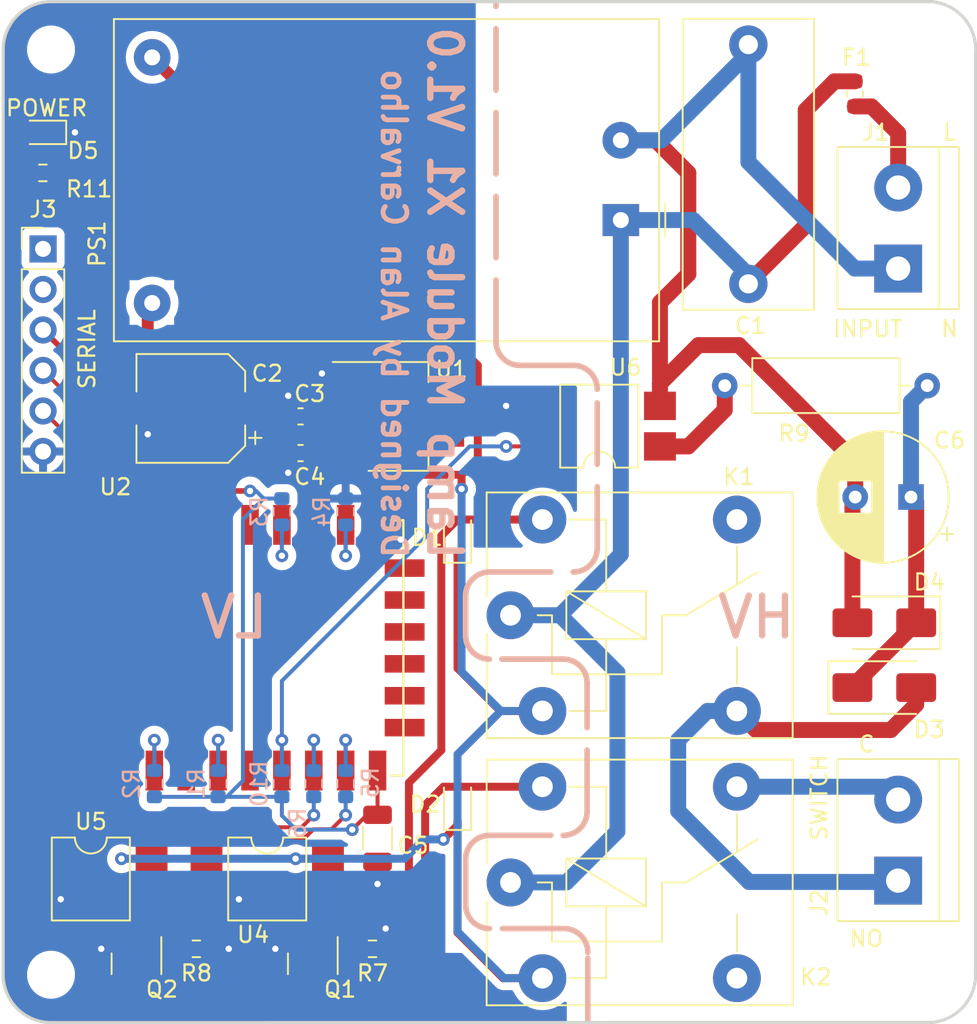
<source format=kicad_pcb>
(kicad_pcb (version 20221018) (generator pcbnew)
  (title_block (title "Lamp Module") (date "2024-01-20") (rev "1.0") (company "Alan Carvalho"))
  (layers (0 "F.Cu" signal) (31 "B.Cu" signal) (34 "B.Paste" user) (35 "F.Paste" user) (36 "B.SilkS" user "B.Silkscreen") (37 "F.SilkS" user "F.Silkscreen") (38 "B.Mask" user) (39 "F.Mask" user) (44 "Edge.Cuts" user))
  (net 0 "")
  (net 1 "LINE")
  (net 2 "NEUT")
  (net 3 "+12V")
  (net 4 "GND")
  (net 5 "+3.3V")
  (net 6 "Net-(D3-K)")
  (net 7 "Net-(D1-A)")
  (net 8 "Net-(D2-A)")
  (net 9 "SWITCH_NO")
  (net 10 "Net-(D5-A)")
  (net 11 "Net-(J1-Pin_2)")
  (net 14 "TX")
  (net 15 "RX")
  (net 18 "Net-(Q1-G)")
  (net 19 "Net-(Q2-G)")
  (net 20 "Net-(U2-CH_PD)")
  (net 21 "Net-(U2-REST)")
  (net 22 "Net-(U2-GPIO0)")
  (net 23 "Net-(U2-GPIO15)")
  (net 24 "Net-(R5-Pad1)")
  (net 25 "RELAY_P")
  (net 26 "Net-(R6-Pad1)")
  (net 27 "RELAY_S")
  (net 28 "Net-(R9-Pad1)")
  (net 29 "FEEDBACK")
  (net 41 "Net-(J2-Pin_2)")
  (footprint "Package_DIP:SMDIP-4_W7.62mm" (layer "F.Cu") (at 135.67975 123.85025)
    (fp_text reference "U4" (at -0.889 3.487) (layer "F.SilkS"))
    (fp_text value "PC817" hide)
    (pad "1" smd rect (at -3.81 -1.27) (size 2 1.78) (layers "F.Cu" "F.Paste" "F.Mask") (net 24 "Net-(R5-Pad1)"))
    (pad "2" smd rect (at -3.81 1.27) (size 2 1.78) (layers "F.Cu" "F.Paste" "F.Mask") (net 4 "GND"))
    (pad "3" smd rect (at 3.81 1.27) (size 2 1.78) (layers "F.Cu" "F.Paste" "F.Mask") (net 18 "Net-(Q1-G)"))
    (pad "4" smd rect (at 3.81 -1.27) (size 2 1.78) (layers "F.Cu" "F.Paste" "F.Mask") (net 3 "+12V"))
  )
  (footprint "Resistor_SMD:R_0603_1608Metric" (layer "F.Cu") (at 142.28375 128.22625)
    (fp_text reference "R7" (at 0 1.524) (layer "F.SilkS"))
    (fp_text value "10k" hide)
    (pad "1" smd roundrect (at -0.825 0) (size 0.8 0.95) (layers "F.Cu" "F.Paste" "F.Mask") (net 18 "Net-(Q1-G)"))
    (pad "2" smd roundrect (at 0.825 0) (size 0.8 0.95) (layers "F.Cu" "F.Paste" "F.Mask") (net 4 "GND"))
  )
  (footprint "MountingHole:MountingHole_2.5mm" (layer "F.Cu") (at 177.11575 71.85025)
    (fp_text reference "REF**" hide)
    (fp_text value "MountingHole_2.5mm" hide)
    (pad "" np_thru_hole circle (at 0 0) (size 2.5 2.5) (drill 2.5) (layers "F&B.Cu" "*.Mask"))
  )
  (footprint "Diode_SMD:D_SMA" (layer "F.Cu") (at 174.390599 107.78625 180)
    (fp_text reference "D4" (at -2.818151 2.547) (layer "F.SilkS"))
    (fp_text value "1N4007" hide)
    (pad "1" smd roundrect (at -2 0 180) (size 2.5 1.8) (layers "F.Cu" "F.Paste" "F.Mask") (roundrect_rratio 0.1388888889) (net 6 "Net-(D3-K)"))
    (pad "2" smd roundrect (at 2 0 180) (size 2.5 1.8) (layers "F.Cu" "F.Paste" "F.Mask") (roundrect_rratio 0.1388888889) (net 2 "NEUT"))
  )
  (footprint "Diode_SMD:D_SMA" (layer "F.Cu") (at 174.390599 111.85025)
    (fp_text reference "D3" (at 2.818151 2.624) (layer "F.SilkS"))
    (fp_text value "1N4007" hide)
    (pad "1" smd roundrect (at -2 0) (size 2.5 1.8) (layers "F.Cu" "F.Paste" "F.Mask") (roundrect_rratio 0.1388888889) (net 6 "Net-(D3-K)"))
    (pad "2" smd roundrect (at 2 0) (size 2.5 1.8) (layers "F.Cu" "F.Paste" "F.Mask") (roundrect_rratio 0.1388888889) (net 9 "SWITCH_NO"))
  )
  (footprint "TerminalBlock:TerminalBlock_bornier-2_P5.08mm" (layer "F.Cu") (at 175.26 85.58225 90)
    (fp_text reference "J1" (at 8.537 -1.397) (layer "F.SilkS"))
    (fp_text value "Screw_Terminal_01x02" hide)
    (fp_text user "INPUT" (at -3.782 -1.905 unlocked) (layer "F.SilkS"))
    (pad "1" thru_hole rect (at 0 0 90) (size 3 3) (drill 1.52) (layers "*.Cu" "*.Mask") (net 2 "NEUT"))
    (pad "2" thru_hole circle (at 5.08 0 90) (size 3 3) (drill 1.52) (layers "*.Cu" "*.Mask") (net 11 "Net-(J1-Pin_2)"))
  )
  (footprint "MountingHole:MountingHole_2.5mm" (layer "F.Cu") (at 122.11575 129.85025 180)
    (fp_text reference "REF**" hide)
    (fp_text value "MountingHole_2.5mm" hide)
    (pad "" np_thru_hole circle (at 0 0 180) (size 2.5 2.5) (drill 2.5) (layers "F&B.Cu" "*.Mask"))
  )
  (footprint "Resistor_SMD:R_0603_1608Metric" (layer "F.Cu") (at 131.23475 128.22625)
    (fp_text reference "R8" (at 0 1.524) (layer "F.SilkS"))
    (fp_text value "10k" hide)
    (pad "1" smd roundrect (at -0.825 0) (size 0.8 0.95) (layers "F.Cu" "F.Paste" "F.Mask") (net 19 "Net-(Q2-G)"))
    (pad "2" smd roundrect (at 0.825 0) (size 0.8 0.95) (layers "F.Cu" "F.Paste" "F.Mask") (net 4 "GND"))
  )
  (footprint "Resistor_THT:R_Axial_DIN0309_L9.0mm_D3.2mm_P12.70mm_Horizontal" (layer "F.Cu") (at 164.38175 92.92025)
    (fp_text reference "R9" (at 4.35 3) (layer "F.SilkS"))
    (fp_text value "56k" hide)
    (pad "1" thru_hole circle (at 0 0) (size 1.6 1.6) (drill 0.8) (layers "*.Cu" "*.Mask") (net 28 "Net-(R9-Pad1)"))
    (pad "2" thru_hole oval (at 12.7 0) (size 1.6 1.6) (drill 0.8) (layers "*.Cu" "*.Mask") (net 6 "Net-(D3-K)"))
  )
  (footprint "Package_TO_SOT_SMD:SOT-23" (layer "F.Cu") (at 127.47575 129.16375 -90)
    (fp_text reference "Q2" (at 1.6025 -1.6) (layer "F.SilkS"))
    (fp_text value "2N7002H" hide)
    (pad "1" smd roundrect (at -0.9375 -0.95 270) (size 1.475 0.6) (layers "F.Cu" "F.Paste" "F.Mask") (net 19 "Net-(Q2-G)"))
    (pad "2" smd roundrect (at -0.9375 0.95 270) (size 1.475 0.6) (layers "F.Cu" "F.Paste" "F.Mask") (net 4 "GND"))
    (pad "3" smd roundrect (at 0.9375 0 270) (size 1.475 0.6) (layers "F.Cu" "F.Paste" "F.Mask") (net 8 "Net-(D2-A)"))
  )
  (footprint "Relay_THT:Relay_SPDT_Finder_36.11" (layer "F.Cu") (at 150.94375 107.31625)
    (fp_text reference "K1" (at 14.327 -8.681) (layer "F.SilkS"))
    (fp_text value "12V 5A" hide)
    (pad "11" thru_hole circle (at 0 0) (size 3 3) (drill 1.3) (layers "*.Cu" "*.Mask") (net 1 "LINE"))
    (pad "12" thru_hole circle (at 14.2 -6) (size 3 3) (drill 1.3) (layers "*.Cu" "*.Mask"))
    (pad "14" thru_hole circle (at 14.2 6) (size 3 3) (drill 1.3) (layers "*.Cu" "*.Mask") (net 9 "SWITCH_NO"))
    (pad "A1" thru_hole circle (at 2 6) (size 3 3) (drill 1.3) (layers "*.Cu" "*.Mask") (net 3 "+12V"))
    (pad "A2" thru_hole circle (at 2 -6) (size 3 3) (drill 1.3) (layers "*.Cu" "*.Mask") (net 7 "Net-(D1-A)"))
  )
  (footprint "Capacitor_SMD:C_1206_3216Metric" (layer "F.Cu") (at 142.59975 121.30025 -90)
    (fp_text reference "C5" (at 0.449 -2.224) (layer "F.SilkS"))
    (fp_text value "0.1uF" hide)
    (pad "1" smd roundrect (at -1.475 0 270) (size 1.15 1.8) (layers "F.Cu" "F.Paste" "F.Mask") (roundrect_rratio 0.2173913043) (net 5 "+3.3V"))
    (pad "2" smd roundrect (at 1.475 0 270) (size 1.15 1.8) (layers "F.Cu" "F.Paste" "F.Mask") (roundrect_rratio 0.2173913043) (net 4 "GND"))
  )
  (footprint "Diode_SMD:D_SOD-323F" (layer "F.Cu") (at 147.61775 119.16625 90)
    (fp_text reference "D2" (at 0 -2.032 180) (layer "F.SilkS"))
    (fp_text value "1N4148" hide)
    (pad "1" smd roundrect (at -1.1 0 90) (size 0.5 0.5) (layers "F.Cu" "F.Paste" "F.Mask") (net 3 "+12V"))
    (pad "2" smd roundrect (at 1.1 0 90) (size 0.5 0.5) (layers "F.Cu" "F.Paste" "F.Mask") (net 8 "Net-(D2-A)"))
  )
  (footprint "TerminalBlock:TerminalBlock_bornier-2_P5.08mm" (layer "F.Cu") (at 175.26 123.952 90)
    (fp_text reference "J2" (at -1.397 -4.953 270) (layer "F.SilkS"))
    (fp_text value "Screw_Terminal_01x02" hide)
    (fp_text user "SWITCH" (at 5.207 -4.953 90 unlocked) (layer "F.SilkS"))
    (pad "1" thru_hole rect (at 0 0 90) (size 3 3) (drill 1.52) (layers "*.Cu" "*.Mask") (net 9 "SWITCH_NO"))
    (pad "2" thru_hole circle (at 5.08 0 90) (size 3 3) (drill 1.52) (layers "*.Cu" "*.Mask") (net 41 "Net-(J2-Pin_2)"))
  )
  (footprint "Package_TO_SOT_SMD:SOT-23" (layer "F.Cu") (at 138.53975 129.16375 -90)
    (fp_text reference "Q1" (at 1.6025 -1.712) (layer "F.SilkS"))
    (fp_text value "2N7002H" hide)
    (pad "1" smd roundrect (at -0.9375 -0.95 270) (size 1.475 0.6) (layers "F.Cu" "F.Paste" "F.Mask") (net 18 "Net-(Q1-G)"))
    (pad "2" smd roundrect (at -0.9375 0.95 270) (size 1.475 0.6) (layers "F.Cu" "F.Paste" "F.Mask") (net 4 "GND"))
    (pad "3" smd roundrect (at 0.9375 0 270) (size 1.475 0.6) (layers "F.Cu" "F.Paste" "F.Mask") (net 7 "Net-(D1-A)"))
  )
  (footprint "LED_SMD:LED_0603_1608Metric" (layer "F.Cu") (at 121.58275 77.04525 180)
    (fp_text reference "D5" (at -2.54 -1.143 180) (layer "F.SilkS"))
    (fp_text value "LED" hide)
    (fp_text user "POWER" (at -0.254 1.524 unlocked) (layer "F.SilkS"))
    (pad "1" smd roundrect (at -0.7875 0 180) (size 0.875 0.95) (layers "F.Cu" "F.Paste" "F.Mask") (net 4 "GND"))
    (pad "2" smd roundrect (at 0.7875 0 180) (size 0.875 0.95) (layers "F.Cu" "F.Paste" "F.Mask") (net 10 "Net-(D5-A)"))
  )
  (footprint "Resistor_SMD:R_0603_1608Metric" (layer "F.Cu") (at 121.60275 79.58525)
    (fp_text reference "R11" (at 2.901 1.016 180) (layer "F.SilkS"))
    (fp_text value "2.2k" hide)
    (pad "1" smd roundrect (at -0.825 0) (size 0.8 0.95) (layers "F.Cu" "F.Paste" "F.Mask") (net 10 "Net-(D5-A)"))
    (pad "2" smd roundrect (at 0.825 0) (size 0.8 0.95) (layers "F.Cu" "F.Paste" "F.Mask") (net 3 "+12V"))
  )
  (footprint "Package_TO_SOT_SMD:SOT-223-3_TabPin2" (layer "F.Cu") (at 143.88575 94.85025)
    (fp_text reference "U1" (at 3.351 -2.946) (layer "F.SilkS"))
    (fp_text value "AMS1117-3.3" hide)
    (pad "1" smd rect (at -3.15 -2.3) (size 2 1.5) (layers "F.Cu" "F.Paste" "F.Mask") (net 4 "GND"))
    (pad "2" smd rect (at -3.15 0) (size 2 1.5) (layers "F.Cu" "F.Paste" "F.Mask") (net 5 "+3.3V"))
    (pad "2" smd rect (at 3.15 0) (size 2 3.8) (layers "F.Cu" "F.Paste" "F.Mask") (net 5 "+3.3V"))
    (pad "3" smd rect (at -3.15 2.3) (size 2 1.5) (layers "F.Cu" "F.Paste" "F.Mask") (net 3 "+12V"))
  )
  (footprint "Capacitor_THT:CP_Radial_D8.0mm_P3.50mm" (layer "F.Cu") (at 176.06575 99.90525 180)
    (fp_text reference "C6" (at -2.413 3.556) (layer "F.SilkS"))
    (fp_text value "1uF" hide)
    (pad "1" thru_hole rect (at 0 0 180) (size 1.6 1.6) (drill 0.8) (layers "*.Cu" "*.Mask") (net 6 "Net-(D3-K)"))
    (pad "2" thru_hole circle (at 3.5 0 180) (size 1.6 1.6) (drill 0.8) (layers "*.Cu" "*.Mask") (net 2 "NEUT"))
  )
  (footprint "Capacitor_SMD:CP_Elec_6.3x7.7" (layer "F.Cu") (at 130.88575 94.35025 180)
    (fp_text reference "C2" (at -4.794 2.192 180) (layer "F.SilkS"))
    (fp_text value "100uF" hide)
    (pad "1" smd roundrect (at -2.7 0 180) (size 3.5 1.6) (layers "F.Cu" "F.Paste" "F.Mask") (roundrect_rratio 0.15625) (net 3 "+12V"))
    (pad "2" smd roundrect (at 2.7 0 180) (size 3.5 1.6) (layers "F.Cu" "F.Paste" "F.Mask") (roundrect_rratio 0.15625) (net 4 "GND"))
  )
  (footprint "ESP8266:ESP-12E_SMD" (layer "F.Cu") (at 128.59975 116.35025 90)
    (fp_text reference "U2" (at 17.08 -2.445) (layer "F.SilkS"))
    (fp_text value "ESP-12E" hide)
    (pad "1" smd rect (at 0 0 90) (size 2.5 1.1) (drill (offset -0.7 0)) (layers "F.Cu" "F.Paste" "F.Mask") (net 21 "Net-(U2-REST)"))
    (pad "2" smd rect (at 0 2 90) (size 2.5 1.1) (drill (offset -0.7 0)) (layers "F.Cu" "F.Paste" "F.Mask"))
    (pad "3" smd rect (at 0 4 90) (size 2.5 1.1) (drill (offset -0.7 0)) (layers "F.Cu" "F.Paste" "F.Mask") (net 20 "Net-(U2-CH_PD)"))
    (pad "4" smd rect (at 0 6 90) (size 2.5 1.1) (drill (offset -0.7 0)) (layers "F.Cu" "F.Paste" "F.Mask"))
    (pad "5" smd rect (at 0 8 90) (size 2.5 1.1) (drill (offset -0.7 0)) (layers "F.Cu" "F.Paste" "F.Mask") (net 29 "FEEDBACK"))
    (pad "6" smd rect (at 0 10 90) (size 2.5 1.1) (drill (offset -0.7 0)) (layers "F.Cu" "F.Paste" "F.Mask") (net 27 "RELAY_S"))
    (pad "7" smd rect (at 0 12 90) (size 2.5 1.1) (drill (offset -0.7 0)) (layers "F.Cu" "F.Paste" "F.Mask") (net 25 "RELAY_P"))
    (pad "8" smd rect (at 0 14 90) (size 2.5 1.1) (drill (offset -0.7 0)) (layers "F.Cu" "F.Paste" "F.Mask") (net 5 "+3.3V"))
    (pad "9" smd rect (at 14 14 90) (size 2.5 1.1) (drill (offset 0.7 0)) (layers "F.Cu" "F.Paste" "F.Mask") (net 4 "GND"))
    (pad "10" smd rect (at 14 12 90) (size 2.5 1.1) (drill (offset 0.7 0)) (layers "F.Cu" "F.Paste" "F.Mask") (net 23 "Net-(U2-GPIO15)"))
    (pad "11" smd rect (at 14 10 90) (size 2.5 1.1) (drill (offset 0.7 0)) (layers "F.Cu" "F.Paste" "F.Mask"))
    (pad "12" smd rect (at 14 8 90) (size 2.5 1.1) (drill (offset 0.7 0)) (layers "F.Cu" "F.Paste" "F.Mask") (net 22 "Net-(U2-GPIO0)"))
    (pad "13" smd rect (at 14 6 90) (size 2.5 1.1) (drill (offset 0.7 0)) (layers "F.Cu" "F.Paste" "F.Mask"))
    (pad "14" smd rect (at 14 4 90) (size 2.5 1.1) (drill (offset 0.7 0)) (layers "F.Cu" "F.Paste" "F.Mask"))
    (pad "15" smd rect (at 14 2 90) (size 2.5 1.1) (drill (offset 0.7 0)) (layers "F.Cu" "F.Paste" "F.Mask") (net 14 "TX"))
    (pad "16" smd rect (at 14 0 90) (size 2.5 1.1) (drill (offset 0.7 0)) (layers "F.Cu" "F.Paste" "F.Mask") (net 15 "RX"))
    (pad "17" smd rect (at 1.99 15 180) (size 2.5 1.1) (drill (offset -0.7 0)) (layers "F.Cu" "F.Paste" "F.Mask"))
    (pad "18" smd rect (at 3.99 15 180) (size 2.5 1.1) (drill (offset -0.7 0)) (layers "F.Cu" "F.Paste" "F.Mask"))
    (pad "19" smd rect (at 5.99 15 180) (size 2.5 1.1) (drill (offset -0.7 0)) (layers "F.Cu" "F.Paste" "F.Mask"))
    (pad "20" smd rect (at 7.99 15 180) (size 2.5 1.1) (drill (offset -0.7 0)) (layers "F.Cu" "F.Paste" "F.Mask"))
    (pad "21" smd rect (at 9.99 15 180) (size 2.5 1.1) (drill (offset -0.7 0)) (layers "F.Cu" "F.Paste" "F.Mask"))
    (pad "22" smd rect (at 11.99 15 180) (size 2.5 1.1) (drill (offset -0.7 0)) (layers "F.Cu" "F.Paste" "F.Mask"))
  )
  (footprint "Relay_THT:Relay_SPDT_Finder_36.11" (layer "F.Cu") (at 150.94375 124.06625)
    (fp_text reference "K2" (at 19.153 5.938) (layer "F.SilkS"))
    (fp_text value "12V 5A" hide)
    (pad "11" thru_hole circle (at 0 0) (size 3 3) (drill 1.3) (layers "*.Cu" "*.Mask") (net 1 "LINE"))
    (pad "12" thru_hole circle (at 14.2 -6) (size 3 3) (drill 1.3) (layers "*.Cu" "*.Mask") (net 41 "Net-(J2-Pin_2)"))
    (pad "14" thru_hole circle (at 14.2 6) (size 3 3) (drill 1.3) (layers "*.Cu" "*.Mask"))
    (pad "A1" thru_hole circle (at 2 6) (size 3 3) (drill 1.3) (layers "*.Cu" "*.Mask") (net 3 "+12V"))
    (pad "A2" thru_hole circle (at 2 -6) (size 3 3) (drill 1.3) (layers "*.Cu" "*.Mask") (net 8 "Net-(D2-A)"))
  )
  (footprint "Diode_SMD:D_SOD-323F" (layer "F.Cu") (at 147.61775 102.41625 90)
    (fp_text reference "D1" (at -0.029 -1.905 180) (layer "F.SilkS"))
    (fp_text value "1N4148" hide)
    (pad "1" smd roundrect (at -1.1 0 90) (size 0.5 0.5) (layers "F.Cu" "F.Paste" "F.Mask") (net 3 "+12V"))
    (pad "2" smd roundrect (at 1.1 0 90) (size 0.5 0.5) (layers "F.Cu" "F.Paste" "F.Mask") (net 7 "Net-(D1-A)"))
  )
  (footprint "MountingHole:MountingHole_2.5mm" (layer "F.Cu") (at 122.11575 71.85025)
    (fp_text reference "REF**" hide)
    (fp_text value "MountingHole_2.5mm" hide)
    (pad "" np_thru_hole circle (at 0 0) (size 2.5 2.5) (drill 2.5) (layers "*.Cu" "*.Mask"))
  )
  (footprint "MountingHole:MountingHole_2.5mm" (layer "F.Cu") (at 177.11575 129.85025 180)
    (fp_text reference "REF**" hide)
    (fp_text value "MountingHole_2.5mm" hide)
    (pad "" np_thru_hole circle (at 0 0 180) (size 2.5 2.5) (drill 2.5) (layers "F&B.Cu" "*.Mask"))
  )
  (footprint "Capacitor_SMD:C_0603_1608Metric" (layer "F.Cu") (at 137.76825 94.85025 180)
    (fp_text reference "C4" (at -0.5785 -3.785) (layer "F.SilkS"))
    (fp_text value "22uF" hide)
    (pad "1" smd roundrect (at -0.775 0 180) (size 0.9 0.95) (layers "F.Cu" "F.Paste" "F.Mask") (net 5 "+3.3V"))
    (pad "2" smd roundrect (at 0.775 0 180) (size 0.9 0.95) (layers "F.Cu" "F.Paste" "F.Mask") (net 4 "GND"))
  )
  (footprint "Capacitor_THT:C_Rect_L18.0mm_W8.0mm_P15.00mm_FKS3_FKP3" (layer "F.Cu") (at 165.862 86.54225 90)
    (fp_text reference "C1" (at -2.616 0.124 180) (layer "F.SilkS"))
    (fp_text value "0.1uF" hide)
    (pad "1" thru_hole circle (at 0 0 90) (size 2.4 2.4) (drill 1.2) (layers "*.Cu" "*.Mask") (net 1 "LINE"))
    (pad "2" thru_hole circle (at 15 0 90) (size 2.4 2.4) (drill 1.2) (layers "*.Cu" "*.Mask") (net 2 "NEUT"))
  )
  (footprint "Package_DIP:SMDIP-4_W7.62mm" (layer "F.Cu") (at 156.50775 95.46025 180)
    (fp_text reference "U6" (at -1.651 3.683 180) (layer "F.SilkS"))
    (fp_text value "PC817" hide)
    (pad "1" smd rect (at -3.81 -1.27 180) (size 2 1.78) (layers "F.Cu" "F.Paste" "F.Mask") (net 28 "Net-(R9-Pad1)"))
    (pad "2" smd rect (at -3.81 1.27 180) (size 2 1.78) (layers "F.Cu" "F.Paste" "F.Mask") (net 2 "NEUT"))
    (pad "3" smd rect (at 3.81 1.27 180) (size 2 1.78) (layers "F.Cu" "F.Paste" "F.Mask") (net 4 "GND"))
    (pad "4" smd rect (at 3.81 -1.27 180) (size 2 1.78) (layers "F.Cu" "F.Paste" "F.Mask") (net 29 "FEEDBACK"))
  )
  (footprint "Package_DIP:SMDIP-4_W7.62mm" (layer "F.Cu") (at 124.61575 123.85025)
    (fp_text reference "U5" (at 0 -3.6) (layer "F.SilkS"))
    (fp_text value "PC817" hide)
    (pad "1" smd rect (at -3.81 -1.27) (size 2 1.78) (layers "F.Cu" "F.Paste" "F.Mask") (net 26 "Net-(R6-Pad1)"))
    (pad "2" smd rect (at -3.81 1.27) (size 2 1.78) (layers "F.Cu" "F.Paste" "F.Mask") (net 4 "GND"))
    (pad "3" smd rect (at 3.81 1.27) (size 2 1.78) (layers "F.Cu" "F.Paste" "F.Mask") (net 19 "Net-(Q2-G)"))
    (pad "4" smd rect (at 3.81 -1.27) (size 2 1.78) (layers "F.Cu" "F.Paste" "F.Mask") (net 3 "+12V"))
  )
  (footprint "Fuse:Fuse_0603_1608Metric" (layer "F.Cu") (at 172.54175 74.63225 90)
    (fp_text reference "F1" (at 2.286 0.095) (layer "F.SilkS"))
    (fp_text value "0.5A" hide)
    (pad "1" smd roundrect (at -0.7875 0 90) (size 0.875 0.95) (layers "F.Cu" "F.Paste" "F.Mask") (net 11 "Net-(J1-Pin_2)"))
    (pad "2" smd roundrect (at 0.7875 0 90) (size 0.875 0.95) (layers "F.Cu" "F.Paste" "F.Mask") (net 1 "LINE"))
  )
  (footprint "Connector_PinHeader_2.54mm:PinHeader_1x06_P2.54mm_Vertical" (layer "F.Cu") (at 121.61575 84.35025)
    (fp_text reference "J3" (at 0 -2.479) (layer "F.SilkS"))
    (fp_text value "Conn_01x06_Socket" hide)
    (fp_text user "SERIAL" (at 2.761 6.284 90 unlocked) (layer "F.SilkS"))
    (pad "1" thru_hole rect (at 0 0) (size 1.7 1.7) (drill 1) (layers "*.Cu" "*.Mask"))
    (pad "2" thru_hole oval (at 0 2.54) (size 1.7 1.7) (drill 1) (layers "*.Cu" "*.Mask"))
    (pad "3" thru_hole oval (at 0 5.08) (size 1.7 1.7) (drill 1) (layers "*.Cu" "*.Mask") (net 5 "+3.3V"))
    (pad "4" thru_hole oval (at 0 7.62) (size 1.7 1.7) (drill 1) (layers "*.Cu" "*.Mask") (net 14 "TX"))
    (pad "5" thru_hole oval (at 0 10.16) (size 1.7 1.7) (drill 1) (layers "*.Cu" "*.Mask") (net 15 "RX"))
    (pad "6" thru_hole oval (at 0 12.7) (size 1.7 1.7) (drill 1) (layers "*.Cu" "*.Mask") (net 4 "GND"))
  )
  (footprint "Capacitor_SMD:C_0603_1608Metric" (layer "F.Cu") (at 137.76825 97.15025 180)
    (fp_text reference "C3" (at -0.5785 3.722) (layer "F.SilkS"))
    (fp_text value "1uF" hide)
    (pad "1" smd roundrect (at -0.775 0 180) (size 0.9 0.95) (layers "F.Cu" "F.Paste" "F.Mask") (net 3 "+12V"))
    (pad "2" smd roundrect (at 0.775 0 180) (size 0.9 0.95) (layers "F.Cu" "F.Paste" "F.Mask") (net 4 "GND"))
  )
  (footprint "Converter_ACDC:Converter_ACDC_HiLink_HLK-PMxx" (layer "F.Cu") (at 157.86225 82.54225 180)
    (fp_text reference "PS1" (at 32.8505 -1.488 270) (layer "F.SilkS"))
    (fp_text value "HLK-PM12" hide)
    (pad "1" thru_hole rect (at 0 0 180) (size 2.3 2) (drill 1) (layers "*.Cu" "*.Mask") (net 1 "LINE"))
    (pad "2" thru_hole circle (at 0 5 180) (size 2.3 2.3) (drill 1) (layers "*.Cu" "*.Mask") (net 2 "NEUT"))
    (pad "3" thru_hole circle (at 29.4 -5.2 180) (size 2.3 2.3) (drill 1) (layers "*.Cu" "*.Mask") (net 4 "GND"))
    (pad "4" thru_hole circle (at 29.4 10.2 180) (size 2.3 2.3) (drill 1) (layers "*.Cu" "*.Mask") (net 3 "+12V"))
  )
  (footprint "Resistor_SMD:R_0603_1608Metric" (layer "B.Cu") (at 138.59975 117.87525 90)
    (fp_text reference "R6" (at -2.477 -1.015 90) (layer "B.SilkS") (effects (justify mirror)))
    (fp_text value "390" hide)
    (pad "1" smd roundrect (at -0.825 0 90) (size 0.8 0.95) (layers "B.Cu" "B.Paste" "B.Mask") (net 26 "Net-(R6-Pad1)"))
    (pad "2" smd roundrect (at 0.825 0 90) (size 0.8 0.95) (layers "B.Cu" "B.Paste" "B.Mask") (net 27 "RELAY_S"))
  )
  (footprint "Resistor_SMD:R_0603_1608Metric" (layer "B.Cu") (at 136.59975 117.87525 90)
    (fp_text reference "R10" (at 0 -1.428 90) (layer "B.SilkS") (effects (justify mirror)))
    (fp_text value "10k" hide)
    (pad "1" smd roundrect (at -0.825 0 90) (size 0.8 0.95) (layers "B.Cu" "B.Paste" "B.Mask") (net 5 "+3.3V"))
    (pad "2" smd roundrect (at 0.825 0 90) (size 0.8 0.95) (layers "B.Cu" "B.Paste" "B.Mask") (net 29 "FEEDBACK"))
  )
  (footprint "Resistor_SMD:R_0603_1608Metric" (layer "B.Cu") (at 128.59975 117.87525 90)
    (fp_text reference "R2" (at 0 -1.429 90) (layer "B.SilkS") (effects (justify mirror)))
    (fp_text value "10k" hide)
    (pad "1" smd roundrect (at -0.825 0 90) (size 0.8 0.95) (layers "B.Cu" "B.Paste" "B.Mask") (net 5 "+3.3V"))
    (pad "2" smd roundrect (at 0.825 0 90) (size 0.8 0.95) (layers "B.Cu" "B.Paste" "B.Mask") (net 21 "Net-(U2-REST)"))
  )
  (footprint "Resistor_SMD:R_0603_1608Metric" (layer "B.Cu") (at 140.59975 117.87525 90)
    (fp_text reference "R5" (at 0.063 1.557 90) (layer "B.SilkS") (effects (justify mirror)))
    (fp_text value "390" hide)
    (pad "1" smd roundrect (at -0.825 0 90) (size 0.8 0.95) (layers "B.Cu" "B.Paste" "B.Mask") (net 24 "Net-(R5-Pad1)"))
    (pad "2" smd roundrect (at 0.825 0 90) (size 0.8 0.95) (layers "B.Cu" "B.Paste" "B.Mask") (net 25 "RELAY_P"))
  )
  (footprint "Resistor_SMD:R_0603_1608Metric" (layer "B.Cu") (at 140.59975 100.82525 90)
    (fp_text reference "R4" (at 0 -1.491 90) (layer "B.SilkS") (effects (justify mirror)))
    (fp_text value "10k" hide)
    (pad "1" smd roundrect (at -0.825 0 90) (size 0.8 0.95) (layers "B.Cu" "B.Paste" "B.Mask") (net 23 "Net-(U2-GPIO15)"))
    (pad "2" smd roundrect (at 0.825 0 90) (size 0.8 0.95) (layers "B.Cu" "B.Paste" "B.Mask") (net 4 "GND"))
  )
  (footprint "Resistor_SMD:R_0603_1608Metric" (layer "B.Cu") (at 132.59975 117.87525 90)
    (fp_text reference "R1" (at 0 -1.365 90) (layer "B.SilkS") (effects (justify mirror)))
    (fp_text value "10k" hide)
    (pad "1" smd roundrect (at -0.825 0 90) (size 0.8 0.95) (layers "B.Cu" "B.Paste" "B.Mask") (net 5 "+3.3V"))
    (pad "2" smd roundrect (at 0.825 0 90) (size 0.8 0.95) (layers "B.Cu" "B.Paste" "B.Mask") (net 20 "Net-(U2-CH_PD)"))
  )
  (footprint "Resistor_SMD:R_0603_1608Metric" (layer "B.Cu") (at 136.59975 100.82525 -90)
    (fp_text reference "R3" (at 0 1.428 90) (layer "B.SilkS") (effects (justify mirror)))
    (fp_text value "10k" hide)
    (pad "1" smd roundrect (at -0.825 0 270) (size 0.8 0.95) (layers "B.Cu" "B.Paste" "B.Mask") (net 5 "+3.3V"))
    (pad "2" smd roundrect (at 0.825 0 270) (size 0.8 0.95) (layers "B.Cu" "B.Paste" "B.Mask") (net 22 "Net-(U2-GPIO0)"))
  )
  (gr_line (start 154.293457 126.955793) (end 149.626044 126.956706) (stroke (width 0.35) (type dash)) (layer "B.SilkS"))
  (gr_arc (start 151.53075 91.65025) (mid 150.47009 91.21091) (end 150.03075 90.15025) (stroke (width 0.35)) (layer "B.SilkS"))
  (gr_line (start 156.38075 103.10425) (end 156.38075 93.15025) (stroke (width 0.35) (type dash)) (layer "B.SilkS"))
  (gr_line (start 149.62575 104.60425) (end 154.88075 104.60425) (stroke (width 0.35) (type dash)) (layer "B.SilkS"))
  (gr_arc (start 148.12575 122.61425) (mid 148.56509 121.55359) (end 149.62575 121.11425) (stroke (width 0.35)) (layer "B.SilkS"))
  (gr_line (start 155.74575 119.61425) (end 155.74575 111.56525) (stroke (width 0.35) (type dash)) (layer "B.SilkS"))
  (gr_arc (start 154.88075 91.65025) (mid 155.94141 92.08959) (end 156.38075 93.15025) (stroke (width 0.35)) (layer "B.SilkS"))
  (gr_arc (start 154.24575 110.06525) (mid 155.30641 110.50459) (end 155.74575 111.56525) (stroke (width 0.35)) (layer "B.SilkS"))
  (gr_arc (start 156.38075 103.10425) (mid 155.94141 104.16491) (end 154.88075 104.60425) (stroke (width 0.35)) (layer "B.SilkS"))
  (gr_line (start 150.03075 90.15025) (end 150.03075 69.04425) (stroke (width 0.35) (type dash)) (layer "B.SilkS"))
  (gr_arc (start 149.626044 126.956706) (mid 148.565187 126.517477) (end 148.12575 125.456706) (stroke (width 0.35)) (layer "B.SilkS"))
  (gr_arc (start 154.293457 126.955793) (mid 155.354313 127.395023) (end 155.79375 128.455793) (stroke (width 0.35)) (layer "B.SilkS"))
  (gr_arc (start 155.74575 119.61425) (mid 155.30641 120.67491) (end 154.24575 121.11425) (stroke (width 0.35)) (layer "B.SilkS"))
  (gr_line (start 149.62575 121.11425) (end 154.24575 121.11425) (stroke (width 0.35) (type dash)) (layer "B.SilkS"))
  (gr_line (start 154.24575 110.06525) (end 149.62575 110.06525) (stroke (width 0.35) (type dash)) (layer "B.SilkS"))
  (gr_line (start 154.88075 91.65025) (end 151.53075 91.65025) (stroke (width 0.35) (type dash)) (layer "B.SilkS"))
  (gr_arc (start 149.62575 110.06525) (mid 148.56509 109.62591) (end 148.12575 108.56525) (stroke (width 0.35)) (layer "B.SilkS"))
  (gr_line (start 148.12575 108.56525) (end 148.12575 106.10425) (stroke (width 0.35) (type dash)) (layer "B.SilkS"))
  (gr_line (start 148.12575 125.456706) (end 148.12575 122.61425) (stroke (width 0.35) (type dash)) (layer "B.SilkS"))
  (gr_arc (start 148.12575 106.10425) (mid 148.56509 105.04359) (end 149.62575 104.60425) (stroke (width 0.35)) (layer "B.SilkS"))
  (gr_line (start 155.79375 132.67125) (end 155.79375 128.455793) (stroke (width 0.35) (type dash)) (layer "B.SilkS"))
  (gr_arc (start 148.12575 106.10425) (mid 148.56509 105.04359) (end 149.62575 104.60425) (stroke (width 0.35)) (layer "F.SilkS"))
  (gr_line (start 149.62575 121.11425) (end 154.24575 121.11425) (stroke (width 0.35) (type dash)) (layer "F.SilkS"))
  (gr_arc (start 156.38075 103.10425) (mid 155.94141 104.16491) (end 154.88075 104.60425) (stroke (width 0.35)) (layer "F.SilkS"))
  (gr_arc (start 149.62575 110.06525) (mid 148.56509 109.62591) (end 148.12575 108.56525) (stroke (width 0.35)) (layer "F.SilkS"))
  (gr_arc (start 154.88075 91.65025) (mid 155.94141 92.08959) (end 156.38075 93.15025) (stroke (width 0.35)) (layer "F.SilkS"))
  (gr_line (start 154.24575 110.06525) (end 149.62575 110.06525) (stroke (width 0.35) (type dash)) (layer "F.SilkS"))
  (gr_line (start 154.293457 126.955793) (end 149.626044 126.956706) (stroke (width 0.35) (type dash)) (layer "F.SilkS"))
  (gr_line (start 156.38075 103.10425) (end 156.38075 93.15025) (stroke (width 0.35) (type dash)) (layer "F.SilkS"))
  (gr_line (start 148.12575 125.456706) (end 148.12575 122.61425) (stroke (width 0.35) (type dash)) (layer "F.SilkS"))
  (gr_line (start 148.12575 108.56525) (end 148.12575 106.10425) (stroke (width 0.35) (type dash)) (layer "F.SilkS"))
  (gr_line (start 150.03075 90.15025) (end 150.03075 69.04425) (stroke (width 0.35) (type dash)) (layer "F.SilkS"))
  (gr_arc (start 148.12575 122.61425) (mid 148.56509 121.55359) (end 149.62575 121.11425) (stroke (width 0.35)) (layer "F.SilkS"))
  (gr_arc (start 155.74575 119.61425) (mid 155.30641 120.67491) (end 154.24575 121.11425) (stroke (width 0.35)) (layer "F.SilkS"))
  (gr_arc (start 149.626044 126.956706) (mid 148.565203 126.517461) (end 148.12575 125.456706) (stroke (width 0.35)) (layer "F.SilkS"))
  (gr_arc (start 151.53075 91.65025) (mid 150.47009 91.21091) (end 150.03075 90.15025) (stroke (width 0.35)) (layer "F.SilkS"))
  (gr_line (start 154.88075 91.65025) (end 151.53075 91.65025) (stroke (width 0.35) (type dash)) (layer "F.SilkS"))
  (gr_line (start 155.74575 119.61425) (end 155.74575 111.56525) (stroke (width 0.35) (type dash)) (layer "F.SilkS"))
  (gr_line (start 155.79375 132.67125) (end 155.79375 128.455793) (stroke (width 0.35) (type dash)) (layer "F.SilkS"))
  (gr_line (start 149.62575 104.60425) (end 154.88075 104.60425) (stroke (width 0.35) (type dash)) (layer "F.SilkS"))
  (gr_arc (start 154.24575 110.06525) (mid 155.30641 110.50459) (end 155.74575 111.56525) (stroke (width 0.35)) (layer "F.SilkS"))
  (gr_arc (start 154.293457 126.955793) (mid 155.354298 127.395038) (end 155.79375 128.455793) (stroke (width 0.35)) (layer "F.SilkS"))
  (gr_line (start 180.11575 72.08025) (end 180.11575 129.85025) (stroke (width 0.2)) (layer "Edge.Cuts"))
  (gr_arc (start 119.124528 72.079577) (mid 119.914843 69.811621) (end 122.11575 68.85025) (stroke (width 0.2)) (layer "Edge.Cuts"))
  (gr_line (start 122.11575 68.85025) (end 177.28975 68.85025) (stroke (width 0.2)) (layer "Edge.Cuts"))
  (gr_arc (start 180.11575 129.85025) (mid 179.297621 131.90924) (end 177.289458 132.845217) (stroke (width 0.2)) (layer "Edge.Cuts"))
  (gr_arc (start 177.289968 68.846495) (mid 179.381408 69.87043) (end 180.115749 72.08025) (stroke (width 0.2)) (layer "Edge.Cuts"))
  (gr_line (start 119.11575 72.08025) (end 119.11575 129.85025) (stroke (width 0.2)) (layer "Edge.Cuts"))
  (gr_line (start 177.289458 132.845217) (end 122.11575 132.85025) (stroke (width 0.2)) (layer "Edge.Cuts"))
  (gr_arc (start 122.11575 132.85025) (mid 119.994429 131.971571) (end 119.11575 129.85025) (stroke (width 0.2)) (layer "Edge.Cuts"))
  (gr_text "LV" (at 133.604 107.442) (layer "B.SilkS") (effects (font (size 2.5 2.5) (thickness 0.4) bold) (justify mirror)))
  (gr_text "Lamp Module X1 V1.0" (at 146.812 87.122 270) (layer "B.SilkS") (effects (font (size 2 2) (thickness 0.4) bold) (justify mirror)))
  (gr_text "HV" (at 166.37 107.442) (layer "B.SilkS") (effects (font (size 2.5 2.5) (thickness 0.4) bold) (justify mirror)))
  (gr_text "Designed by Alan Carvalho" (at 142.748 103.886 270) (layer "B.SilkS") (effects (font (size 1.5 1.5) (thickness 0.3) bold) (justify left bottom mirror)))
  (gr_text "L" (at 178.47875 77.04525) (layer "F.SilkS") (effects (font (size 1 1))))
  (gr_text "C" (at 173.27175 115.39925) (layer "F.SilkS") (effects (font (size 1 1))))
  (gr_text "N" (at 178.47875 89.36425) (layer "F.SilkS") (effects (font (size 1 1))))
  (gr_text "NO" (at 173.27175 127.59125) (layer "F.SilkS") (effects (font (size 1 1))))
  (segment (start 171.26525 73.84475) (end 172.54175 73.84475) (width 1) (layer "F.Cu") (net 1))
  (segment (start 165.862 86.54225) (end 165.862 86.487) (width 1) (layer "F.Cu") (net 1))
  (segment (start 169.46175 75.64825) (end 171.26525 73.84475) (width 1) (layer "F.Cu") (net 1))
  (segment (start 165.862 86.487) (end 169.46175 82.88725) (width 1) (layer "F.Cu") (net 1))
  (segment (start 169.46175 82.88725) (end 169.46175 75.64825) (width 1) (layer "F.Cu") (net 1))
  (segment (start 157.65075 120.86025) (end 157.65075 110.91725) (width 1) (layer "B.Cu") (net 1))
  (segment (start 165.862 85.9905) (end 165.862 86.54225) (width 1) (layer "B.Cu") (net 1))
  (segment (start 154.44475 124.06625) (end 157.65075 120.86025) (width 1) (layer "B.Cu") (net 1))
  (segment (start 157.86225 103.50375) (end 154.04975 107.31625) (width 1) (layer "B.Cu") (net 1))
  (segment (start 154.04975 107.31625) (end 150.94375 107.31625) (width 1) (layer "B.Cu") (net 1))
  (segment (start 157.86225 82.54225) (end 162.41375 82.54225) (width 1) (layer "B.Cu") (net 1))
  (segment (start 157.65075 110.91725) (end 154.04975 107.31625) (width 1) (layer "B.Cu") (net 1))
  (segment (start 157.86225 82.54225) (end 157.86225 103.50375) (width 1) (layer "B.Cu") (net 1))
  (segment (start 150.94375 124.06625) (end 154.44475 124.06625) (width 1) (layer "B.Cu") (net 1))
  (segment (start 162.41375 82.54225) (end 165.862 85.9905) (width 1) (layer "B.Cu") (net 1))
  (segment (start 160.31775 94.19025) (end 160.31775 92.79325) (width 1) (layer "F.Cu") (net 2))
  (segment (start 172.56575 97.67525) (end 172.56575 99.90525) (width 1) (layer "F.Cu") (net 2))
  (segment (start 172.390599 100.080401) (end 172.56575 99.90525) (width 1) (layer "F.Cu") (net 2))
  (segment (start 162.09575 79.58525) (end 160.05275 77.54225) (width 1) (layer "F.Cu") (net 2))
  (segment (start 160.31775 92.79325) (end 162.73075 90.38025) (width 1) (layer "F.Cu") (net 2))
  (segment (start 160.31775 87.71325) (end 162.09575 85.93525) (width 1) (layer "F.Cu") (net 2))
  (segment (start 160.31775 94.19025) (end 160.31775 87.71325) (width 1) (layer "F.Cu") (net 2))
  (segment (start 160.05275 77.54225) (end 157.86225 77.54225) (width 1) (layer "F.Cu") (net 2))
  (segment (start 162.73075 90.38025) (end 165.27075 90.38025) (width 1) (layer "F.Cu") (net 2))
  (segment (start 172.390599 107.78625) (end 172.390599 100.080401) (width 1) (layer "F.Cu") (net 2))
  (segment (start 162.09575 85.93525) (end 162.09575 79.58525) (width 1) (layer "F.Cu") (net 2))
  (segment (start 165.27075 90.38025) (end 172.56575 97.67525) (width 1) (layer "F.Cu") (net 2))
  (segment (start 165.862 72.094) (end 165.862 71.54225) (width 1) (layer "B.Cu") (net 2))
  (segment (start 165.862 78.9065) (end 172.53775 85.58225) (width 1) (layer "B.Cu") (net 2))
  (segment (start 172.53775 85.58225) (end 175.26 85.58225) (width 1) (layer "B.Cu") (net 2))
  (segment (start 157.86225 77.54225) (end 160.41375 77.54225) (width 1) (layer "B.Cu") (net 2))
  (segment (start 160.41375 77.54225) (end 165.862 72.094) (width 1) (layer "B.Cu") (net 2))
  (segment (start 165.862 71.54225) (end 165.862 78.9065) (width 1) (layer "B.Cu") (net 2))
  (segment (start 138.54325 97.81575) (end 139.23575 98.50825) (width 0.5) (layer "F.Cu") (net 3))
  (segment (start 148.88775 97.49225) (end 148.88775 91.65025) (width 0.5) (layer "F.Cu") (net 3))
  (segment (start 132.53775 94.35025) (end 131.10775 92.92025) (width 0.25) (layer "F.Cu") (net 3))
  (segment (start 147.61775 103.51625) (end 147.61775 110.63675) (width 0.5) (layer "F.Cu") (net 3))
  (segment (start 133.64775 94.28825) (end 133.58575 94.35025) (width 0.75) (layer "F.Cu") (net 3))
  (segment (start 147.61775 120.26625) (end 147.61775 127.21025) (width 0.5) (layer "F.Cu") (net 3))
  (segment (start 128.46225 72.34225) (end 133.64775 77.52775) (width 0.75) (layer "F.Cu") (net 3))
  (segment (start 139.23575 98.50825) (end 147.87175 98.50825) (width 0.5) (layer "F.Cu") (net 3))
  (segment (start 150.29725 113.31625) (end 152.94375 113.31625) (width 0.5) (layer "F.Cu") (net 3))
  (segment (start 133.64775 77.52775) (end 133.64775 94.28825) (width 0.75) (layer "F.Cu") (net 3))
  (segment (start 147.61775 120.47925) (end 146.72875 121.36825) (width 0.5) (layer "F.Cu") (net 3))
  (segment (start 147.61775 110.63675) (end 150.29725 113.31625) (width 0.5) (layer "F.Cu") (net 3))
  (segment (start 131.10775 84.03025) (end 126.66275 79.58525) (width 0.25) (layer "F.Cu") (net 3))
  (segment (start 139.48975 122.58025) (end 137.45775 122.58025) (width 0.5) (layer "F.Cu") (net 3))
  (segment (start 134.24975 94.35025) (end 133.58575 94.35025) (width 0.5) (layer "F.Cu") (net 3))
  (segment (start 150.47375 130.06625) (end 152.94375 130.06625) (width 0.5) (layer "F.Cu") (net 3))
  (segment (start 126.66275 79.58525) (end 122.42775 79.58525) (width 0.25) (layer "F.Cu") (net 3))
  (segment (start 138.54325 97.15025) (end 140.73575 97.15025) (width 0.5) (layer "F.Cu") (net 3))
  (segment (start 147.61775 120.26625) (end 147.61775 120.47925) (width 0.5) (layer "F.Cu") (net 3))
  (segment (start 147.87175 90.63425) (end 137.96575 90.63425) (width 0.5) (layer "F.Cu") (net 3))
  (segment (start 147.61775 127.21025) (end 150.47375 130.06625) (width 0.5) (layer "F.Cu") (net 3))
  (segment (start 147.87175 98.50825) (end 148.88775 97.49225) (width 0.5) (layer "F.Cu") (net 3))
  (segment (start 131.10775 92.92025) (end 131.10775 84.03025) (width 0.25) (layer "F.Cu") (net 3))
  (segment (start 147.87175 98.50825) (end 147.87175 99.39725) (width 0.5) (layer "F.Cu") (net 3))
  (segment (start 148.88775 91.65025) (end 147.87175 90.63425) (width 0.5) (layer "F.Cu") (net 3))
  (segment (start 128.42575 122.58025) (end 126.53575 122.58025) (width 0.5) (layer "F.Cu") (net 3))
  (segment (start 133.58575 94.35025) (end 132.53775 94.35025) (width 0.25) (layer "F.Cu") (net 3))
  (segment (start 137.96575 90.63425) (end 134.24975 94.35025) (width 0.5) (layer "F.Cu") (net 3))
  (segment (start 138.54325 97.15025) (end 138.54325 97.81575) (width 0.5) (layer "F.Cu") (net 3))
  (via (at 137.45775 122.58025) (size 0.8) (drill 0.4) (layers "F.Cu" "B.Cu") (net 3))
  (via (at 147.87175 99.39725) (size 0.8) (drill 0.4) (layers "F.Cu" "B.Cu") (net 3))
  (via (at 126.53575 122.58025) (size 0.8) (drill 0.4) (layers "F.Cu" "B.Cu") (net 3))
  (via (at 146.72875 121.36825) (size 0.8) (drill 0.4) (layers "F.Cu" "B.Cu") (net 3))
  (segment (start 152.94375 113.31625) (end 150.33575 113.31625) (width 0.5) (layer "B.Cu") (net 3))
  (segment (start 147.61775 116.03425) (end 150.33575 113.31625) (width 0.5) (layer "B.Cu") (net 3))
  (segment (start 145.49975 121.36825) (end 144.28775 122.58025) (width 0.5) (layer "B.Cu") (net 3))
  (segment (start 152.94375 130.06625) (end 150.53725 130.06625) (width 0.5) (layer "B.Cu") (net 3))
  (segment (start 126.53575 122.58025) (end 137.45775 122.58025) (width 0.5) (layer "B.Cu") (net 3))
  (segment (start 146.72875 121.36825) (end 145.49975 121.36825) (width 0.5) (layer "B.Cu") (net 3))
  (segment (start 147.61775 127.14675) (end 147.61775 116.03425) (width 0.5) (layer "B.Cu") (net 3))
  (segment (start 147.87175 110.85225) (end 147.87175 99.39725) (width 0.5) (layer "B.Cu") (net 3))
  (segment (start 150.53725 130.06625) (end 147.61775 127.14675) (width 0.5) (layer "B.Cu") (net 3))
  (segment (start 144.28775 122.58025) (end 137.45775 122.58025) (width 0.5) (layer "B.Cu") (net 3))
  (segment (start 150.33575 113.31625) (end 147.87175 110.85225) (width 0.5) (layer "B.Cu") (net 3))
  (segment (start 143.10875 128.22625) (end 143.10875 126.95625) (width 0.25) (layer "F.Cu") (net 4))
  (segment (start 142.82175 102.57225) (end 142.59975 102.35025) (width 0.25) (layer "F.Cu") (net 4))
  (segment (start 126.52575 128.22625) (end 125.26575 128.22625) (width 0.5) (layer "F.Cu") (net 4))
  (segment (start 132.05975 128.22625) (end 133.26675 128.22625) (width 0.25) (layer "F.Cu") (net 4))
  (segment (start 131.86975 125.12025) (end 133.90175 125.12025) (width 0.25) (layer "F.Cu") (net 4))
  (segment (start 136.99325 94.85025) (end 136.99325 93.55525) (width 0.25) (layer "F.Cu") (net 4))
  (segment (start 128.18575 94.35025) (end 128.18575 88.01875) (width 0.75) (layer "F.Cu") (net 4))
  (segment (start 120.80575 125.12025) (end 122.72575 125.12025) (width 0.25) (layer "F.Cu") (net 4))
  (segment (start 140.73575 92.55025) (end 139.50075 92.55025) (width 0.35) (layer "F.Cu") (net 4))
  (segment (start 128.18575 94.35025) (end 128.18575 95.96825) (width 0.75) (layer "F.Cu") (net 4))
  (segment (start 122.35025 77.04525) (end 123.61475 77.04525) (width 0.25) (layer "F.Cu") (net 4))
  (segment (start 142.59975 122.77525) (end 142.59975 124.16225) (width 0.25) (layer "F.Cu") (net 4))
  (segment (start 150.66575 94.19025) (end 152.69775 94.19025) (width 0.25) (layer "F.Cu") (net 4))
  (segment (start 136.99325 98.38125) (end 136.99325 97.15025) (width 0.25) (layer "F.Cu") (net 4))
  (segment (start 137.58975 128.22625) (end 136.18775 128.22625) (width 0.5) (layer "F.Cu") (net 4))
  (segment (start 139.50075 92.55025) (end 139.10875 92.15825) (width 0.35) (layer "F.Cu") (net 4))
  (segment (start 144.06175 102.57225) (end 142.82175 102.57225) (width 0.25) (layer "F.Cu") (net 4))
  (segment (start 128.18575 88.01875) (end 128.46225 87.74225) (width 0.25) (layer "F.Cu") (net 4))
  (via (at 139.10875 92.15825) (size 0.8) (drill 0.4) (layers "F.Cu" "B.Cu") (net 4))
  (via (at 133.26675 128.22625) (size 0.8) (drill 0.4) (layers "F.Cu" "B.Cu") (net 4))
  (via (at 123.61475 77.04525) (size 0.8) (drill 0.4) (layers "F.Cu" "B.Cu") (net 4))
  (via (at 125.26575 128.22625) (size 0.8) (drill 0.4) (layers "F.Cu" "B.Cu") (net 4))
  (via (at 136.18775 128.22625) (size 0.8) (drill 0.4) (layers "F.Cu" "B.Cu") (net 4))
  (via (at 143.10875 126.95625) (size 0.8) (drill 0.4) (layers "F.Cu" "B.Cu") (net 4))
  (via (at 136.99325 93.55525) (size 0.8) (drill 0.4) (layers "F.Cu" "B.Cu") (net 4))
  (via (at 128.18575 95.96825) (size 0.8) (drill 0.4) (layers "F.Cu" "B.Cu") (net 4))
  (via (at 144.06175 102.57225) (size 0.8) (drill 0.4) (layers "F.Cu" "B.Cu") (net 4))
  (via (at 142.59975 124.16225) (size 0.8) (drill 0.4) (layers "F.Cu" "B.Cu") (net 4))
  (via (at 133.90175 125.12025) (size 0.8) (drill 0.4) (layers "F.Cu" "B.Cu") (net 4))
  (via (at 150.66575 94.19025) (size 0.8) (drill 0.4) (layers "F.Cu" "B.Cu") (net 4))
  (via (at 122.72575 125.12025) (size 0.8) (drill 0.4) (layers "F.Cu" "B.Cu") (net 4))
  (via (at 136.99325 98.38125) (size 0.8) (drill 0.4) (layers "F.Cu" "B.Cu") (net 4))
  (segment (start 142.59975 119.82525) (end 142.59975 116.35025) (width 0.25) (layer "F.Cu") (net 5))
  (segment (start 138.54325 94.85025) (end 140.73575 94.85025) (width 0.35) (layer "F.Cu") (net 5))
  (segment (start 134.28275 96.09525) (end 137.83875 96.09525) (width 0.35) (layer "F.Cu") (net 5))
  (segment (start 133.39375 99.52425) (end 134.40975 99.52425) (width 0.35) (layer "F.Cu") (net 5))
  (segment (start 132.12375 98.25425) (end 133.39375 99.52425) (width 0.35) (layer "F.Cu") (net 5))
  (segment (start 138.54325 95.39075) (end 138.54325 94.85025) (width 0.35) (layer "F.Cu") (net 5))
  (segment (start 124.75775 94.95225) (end 128.05975 98.25425) (width 0.35) (layer "F.Cu") (net 5))
  (segment (start 142.59975 119.82525) (end 141.941196 119.82525) (width 0.25) (layer "F.Cu") (net 5))
  (segment (start 124.75775 92.57225) (end 124.75775 94.95225) (width 0.35) (layer "F.Cu") (net 5))
  (segment (start 121.61575 89.43025) (end 124.75775 92.57225) (width 0.35) (layer "F.Cu") (net 5))
  (segment (start 132.12375 98.25425) (end 134.28275 96.09525) (width 0.35) (layer "F.Cu") (net 5))
  (segment (start 128.05975 98.25425) (end 132.12375 98.25425) (width 0.35) (layer "F.Cu") (net 5))
  (segment (start 137.83875 96.09525) (end 138.54325 95.39075) (width 0.35) (layer "F.Cu") (net 5))
  (segment (start 140.73575 94.85025) (end 147.03575 94.85025) (width 0.35) (layer "F.Cu") (net 5))
  (segment (start 141.941196 119.82525) (end 141.011401 120.755045) (width 0.25) (layer "F.Cu") (net 5))
  (via (at 134.59975 99.52425) (size 0.8) (drill 0.4) (layers "F.Cu" "B.Cu") (net 5))
  (via (at 141.011401 120.755045) (size 0.8) (drill 0.4) (layers "F.Cu" "B.Cu") (net 5))
  (segment (start 133.14075 118.70025) (end 132.59975 118.70025) (width 0.25) (layer "B.Cu") (net 5))
  (segment (start 135.45775 100.00025) (end 134.15575 101.30225) (width 0.25) (layer "B.Cu") (net 5))
  (segment (start 141.011401 120.755045) (end 137.479545 120.755045) (width 0.25) (layer "B.Cu") (net 5))
  (segment (start 137.479545 120.755045) (end 136.59975 119.87525) (width 0.25) (layer "B.Cu") (net 5))
  (segment (start 132.59975 118.70025) (end 136.59975 118.70025) (width 0.25) (layer "B.Cu") (net 5))
  (segment (start 136.59975 119.87525) (end 136.59975 118.70025) (width 0.25) (layer "B.Cu") (net 5))
  (segment (start 134.98175 99.52425) (end 135.45775 100.00025) (width 0.25) (layer "B.Cu") (net 5))
  (segment (start 134.15575 101.30225) (end 134.15575 117.68525) (width 0.25) (layer "B.Cu") (net 5))
  (segment (start 136.59975 100.00025) (end 135.45775 100.00025) (width 0.25) (layer "B.Cu") (net 5))
  (segment (start 134.15575 117.68525) (end 133.14075 118.70025) (width 0.25) (layer "B.Cu") (net 5))
  (segment (start 128.59975 118.70025) (end 132.59975 118.70025) (width 0.25) (layer "B.Cu") (net 5))
  (segment (start 134.40975 99.52425) (end 134.98175 99.52425) (width 0.25) (layer "B.Cu") (net 5))
  (segment (start 176.390599 107.78625) (end 176.390599 100.230099) (width 1) (layer "F.Cu") (net 6))
  (segment (start 172.390599 111.85025) (end 172.390599 111.78625) (width 1) (layer "F.Cu") (net 6))
  (segment (start 176.390599 100.230099) (end 176.06575 99.90525) (width 1) (layer "F.Cu") (net 6))
  (segment (start 172.390599 111.78625) (end 176.390599 107.78625) (width 1) (layer "F.Cu") (net 6))
  (segment (start 176.06575 93.93625) (end 177.08175 92.92025) (width 1) (layer "B.Cu") (net 6))
  (segment (start 176.06575 99.90525) (end 176.06575 93.93625) (width 1) (layer "B.Cu") (net 6))
  (segment (start 146.60175 102.33225) (end 147.61775 101.31625) (width 0.5) (layer "F.Cu") (net 7))
  (segment (start 144.56975 128.48025) (end 144.56975 117.81225) (width 0.5) (layer "F.Cu") (net 7))
  (segment (start 138.53975 130.10125) (end 142.94875 130.10125) (width 0.5) (layer "F.Cu") (net 7))
  (segment (start 147.61775 101.31625) (end 152.94375 101.31625) (width 0.5) (layer "F.Cu") (net 7))
  (segment (start 142.94875 130.10125) (end 144.56975 128.48025) (width 0.5) (layer "F.Cu") (net 7))
  (segment (start 144.56975 117.81225) (end 146.60175 115.78025) (width 0.5) (layer "F.Cu") (net 7))
  (segment (start 146.60175 115.78025) (end 146.60175 102.33225) (width 0.5) (layer "F.Cu") (net 7))
  (segment (start 143.17275 131.52825) (end 145.58575 129.11525) (width 0.5) (layer "F.Cu") (net 8))
  (segment (start 145.58575 129.11525) (end 145.58575 119.20925) (width 0.5) (layer "F.Cu") (net 8))
  (segment (start 127.47575 130.10125) (end 128.90275 131.52825) (width 0.5) (layer "F.Cu") (net 8))
  (segment (start 147.61775 118.06625) (end 152.94375 118.06625) (width 0.5) (layer "F.Cu") (net 8))
  (segment (start 145.58575 119.20925) (end 146.72875 118.06625) (width 0.5) (layer "F.Cu") (net 8))
  (segment (start 146.72875 118.06625) (end 147.61775 118.06625) (width 0.5) (layer "F.Cu") (net 8))
  (segment (start 128.90275 131.52825) (end 143.17275 131.52825) (width 0.5) (layer "F.Cu") (net 8))
  (segment (start 176.390599 111.85025) (end 176.390599 112.915401) (width 1) (layer "F.Cu") (net 9))
  (segment (start 174.79575 114.51025) (end 166.33775 114.51025) (width 1) (layer "F.Cu") (net 9))
  (segment (start 176.390599 112.915401) (end 174.79575 114.51025) (width 1) (layer "F.Cu") (net 9))
  (segment (start 166.33775 114.51025) (end 165.14375 113.31625) (width 1) (layer "F.Cu") (net 9))
  (segment (start 163.28975 113.31625) (end 161.46075 115.14525) (width 1) (layer "B.Cu") (net 9))
  (segment (start 165.14375 113.31625) (end 163.28975 113.31625) (width 1) (layer "B.Cu") (net 9))
  (segment (start 175.17675 124.03525) (end 175.26 123.952) (width 1) (layer "B.Cu") (net 9))
  (segment (start 161.46075 115.14525) (end 161.46075 119.59025) (width 1) (layer "B.Cu") (net 9))
  (segment (start 165.90575 124.03525) (end 175.17675 124.03525) (width 1) (layer "B.Cu") (net 9))
  (segment (start 161.46075 119.59025) (end 165.90575 124.03525) (width 1) (layer "B.Cu") (net 9))
  (segment (start 120.79525 77.04525) (end 120.79525 79.56775) (width 0.25) (layer "F.Cu") (net 10))
  (segment (start 175.26 80.50225) (end 175.26 77.089) (width 1) (layer "F.Cu") (net 11))
  (segment (start 173.59075 75.41975) (end 172.54175 75.41975) (width 1) (layer "F.Cu") (net 11))
  (segment (start 175.26 77.089) (end 173.59075 75.41975) (width 1) (layer "F.Cu") (net 11))
  (segment (start 130.59975 102.35025) (end 130.59975 100.79425) (width 0.25) (layer "F.Cu") (net 14))
  (segment (start 130.59975 100.79425) (end 129.07575 99.27025) (width 0.25) (layer "F.Cu") (net 14))
  (segment (start 123.99575 96.73025) (end 123.99575 94.35025) (width 0.25) (layer "F.Cu") (net 14))
  (segment (start 129.07575 99.27025) (end 126.53575 99.27025) (width 0.25) (layer "F.Cu") (net 14))
  (segment (start 126.53575 99.27025) (end 123.99575 96.73025) (width 0.25) (layer "F.Cu") (net 14))
  (segment (start 123.99575 94.35025) (end 121.61575 91.97025) (width 0.25) (layer "F.Cu") (net 14))
  (segment (start 125.90075 99.90525) (end 123.36075 97.36525) (width 0.25) (layer "F.Cu") (net 15))
  (segment (start 123.36075 97.36525) (end 123.36075 96.25525) (width 0.25) (layer "F.Cu") (net 15))
  (segment (start 128.59975 100.69925) (end 127.80575 99.90525) (width 0.25) (layer "F.Cu") (net 15))
  (segment (start 123.36075 96.25525) (end 121.61575 94.51025) (width 0.25) (layer "F.Cu") (net 15))
  (segment (start 127.80575 99.90525) (end 125.90075 99.90525) (width 0.25) (layer "F.Cu") (net 15))
  (segment (start 128.59975 102.35025) (end 128.59975 100.69925) (width 0.25) (layer "F.Cu") (net 15))
  (segment (start 139.48975 128.22625) (end 139.48975 125.12025) (width 0.25) (layer "F.Cu") (net 18))
  (segment (start 141.45875 128.22625) (end 139.48975 128.22625) (width 0.25) (layer "F.Cu") (net 18))
  (segment (start 130.40975 128.22625) (end 128.42575 128.22625) (width 0.25) (layer "F.Cu") (net 19))
  (segment (start 128.42575 128.22625) (end 128.42575 125.12025) (width 0.25) (layer "F.Cu") (net 19))
  (segment (start 132.59975 116.35025) (end 132.59975 115.01825) (width 0.25) (layer "F.Cu") (net 20))
  (via (at 132.59975 115.14525) (size 0.8) (drill 0.4) (layers "F.Cu" "B.Cu") (net 20))
  (segment (start 132.59975 115.14525) (end 132.59975 117.05025) (width 0.25) (layer "B.Cu") (net 20))
  (segment (start 128.59975 115.14525) (end 128.59975 116.35025) (width 0.25) (layer "F.Cu") (net 21))
  (via (at 128.59975 115.14525) (size 0.8) (drill 0.4) (layers "F.Cu" "B.Cu") (net 21))
  (segment (start 128.59975 117.05025) (end 128.59975 115.14525) (width 0.25) (layer "B.Cu") (net 21))
  (segment (start 136.56875 103.58825) (end 136.59975 103.55725) (width 0.25) (layer "F.Cu") (net 22))
  (segment (start 136.59975 103.55725) (end 136.59975 102.35025) (width 0.25) (layer "F.Cu") (net 22))
  (via (at 136.59975 103.58825) (size 0.8) (drill 0.4) (layers "F.Cu" "B.Cu") (net 22))
  (segment (start 136.56875 103.58825) (end 136.59975 103.55725) (width 0.25) (layer "B.Cu") (net 22))
  (segment (start 136.59975 103.55725) (end 136.59975 101.65025) (width 0.25) (layer "B.Cu") (net 22))
  (segment (start 140.59975 103.58825) (end 140.59975 102.35025) (width 0.25) (layer "F.Cu") (net 23))
  (via (at 140.59975 103.58825) (size 0.8) (drill 0.4) (layers "F.Cu" "B.Cu") (net 23))
  (segment (start 140.59975 103.58825) (end 140.59975 101.65025) (width 0.25) (layer "B.Cu") (net 23))
  (segment (start 133.08175 121.36825) (end 137.94175 121.36825) (width 0.25) (layer "F.Cu") (net 24))
  (segment (start 137.94175 121.36825) (end 138.57675 120.73325) (width 0.25) (layer "F.Cu") (net 24))
  (segment (start 131.86975 122.58025) (end 133.08175 121.36825) (width 0.25) (layer "F.Cu") (net 24))
  (segment (start 139.71075 120.73325) (end 140.59975 119.84425) (width 0.25) (layer "F.Cu") (net 24))
  (segment (start 138.57675 120.73325) (end 139.71075 120.73325) (width 0.25) (layer "F.Cu") (net 24))
  (via (at 140.59975 119.84425) (size 0.8) (drill 0.4) (layers "F.Cu" "B.Cu") (net 24))
  (segment (start 140.59975 118.70025) (end 140.59975 119.84425) (width 0.25) (layer "B.Cu") (net 24))
  (segment (start 140.59975 115.01825) (end 140.59975 116.35025) (width 0.25) (layer "F.Cu") (net 25))
  (via (at 140.59975 115.14525) (size 0.8) (drill 0.4) (layers "F.Cu" "B.Cu") (net 25))
  (segment (start 140.59975 115.01825) (end 140.59975 117.05025) (width 0.25) (layer "B.Cu") (net 25))
  (segment (start 138.60075 119.84425) (end 137.83875 120.60625) (width 0.25) (layer "F.Cu") (net 26))
  (segment (start 137.83875 120.60625) (end 122.77975 120.60625) (width 0.25) (layer "F.Cu") (net 26))
  (segment (start 122.77975 120.60625) (end 120.80575 122.58025) (width 0.25) (layer "F.Cu") (net 26))
  (via (at 138.60075 119.84425) (size 0.8) (drill 0.4) (layers "F.Cu" "B.Cu") (net 26))
  (segment (start 138.59975 119.84325) (end 138.59975 118.70025) (width 0.25) (layer "B.Cu") (net 26))
  (segment (start 138.60075 119.84425) (end 138.59975 119.84325) (width 0.25) (layer "B.Cu") (net 26))
  (segment (start 138.59975 115.01825) (end 138.59975 116.35025) (width 0.25) (layer "F.Cu") (net 27))
  (via (at 138.59975 115.14525) (size 0.8) (drill 0.4) (layers "F.Cu" "B.Cu") (net 27))
  (segment (start 138.59975 117.05025) (end 138.59975 115.14525) (width 0.25) (layer "B.Cu") (net 27))
  (segment (start 160.31775 96.73025) (end 162.09575 96.73025) (width 1) (layer "F.Cu") (net 28))
  (segment (start 162.09575 96.73025) (end 164.38175 94.44425) (width 1) (layer "F.Cu") (net 28))
  (segment (start 164.38175 94.44425) (end 164.38175 92.92025) (width 1) (layer "F.Cu") (net 28))
  (segment (start 136.59975 115.01825) (end 136.59975 116.35025) (width 0.25) (layer "F.Cu") (net 29))
  (segment (start 152.69775 96.73025) (end 150.66575 96.73025) (width 0.25) (layer "F.Cu") (net 29))
  (via (at 150.66575 96.73025) (size 0.8) (drill 0.4) (layers "F.Cu" "B.Cu") (net 29))
  (via (at 136.59975 115.14525) (size 0.8) (drill 0.4) (layers "F.Cu" "B.Cu") (net 29))
  (segment (start 145.71275 102.31825) (end 145.71275 99.39725) (width 0.25) (layer "B.Cu") (net 29))
  (segment (start 145.71275 99.39725) (end 148.37975 96.73025) (width 0.25) (layer "B.Cu") (net 29))
  (segment (start 136.59975 115.14525) (end 136.59975 111.43125) (width 0.25) (layer "B.Cu") (net 29))
  (segment (start 136.59975 111.43125) (end 145.71275 102.31825) (width 0.25) (layer "B.Cu") (net 29))
  (segment (start 136.59975 115.14525) (end 136.59975 117.05025) (width 0.25) (layer "B.Cu") (net 29))
  (segment (start 148.37975 96.73025) (end 150.66575 96.73025) (width 0.25) (layer "B.Cu") (net 29))
  (segment (start 174.45425 118.06625) (end 175.26 118.872) (width 1) (layer "B.Cu") (net 41))
  (segment (start 165.14375 118.06625) (end 174.45425 118.06625) (width 1) (layer "B.Cu") (net 41))
  (zone (net 4) (net_name "GND") (layer "B.Cu") (connect_pads (clearance 0.5)) (min_thickness 0.25) (fill yes (thermal_gap 0.5) (thermal_bridge_width 0.5))
    (polygon (pts (xy 118.91575 68.79025) (xy 148.76075 68.79025) (xy 148.76075 92.92025) (xy 155.11075 92.92025) (xy 155.11075 103.08025) (xy 146.85575 103.08025) (xy 146.85575 111.33525) (xy 154.47575 111.33525) (xy 154.47575 119.59025) (xy 146.85575 119.59025) (xy 146.85575 128.48025) (xy 154.47575 128.48025) (xy 154.47575 132.92525) (xy 118.91575 132.92525)))
  )
  (zone (net 0) (net_name "") (layer "B.Cu") (connect_pads (clearance 0)) (min_thickness 0.25)
    (keepout (tracks not_allowed) (vias not_allowed) (pads allowed) (copperpour not_allowed) (footprints allowed))
    (fill (thermal_gap 0.5) (thermal_bridge_width 0.5))
    (polygon (pts (xy 127.04375 86.31625) (xy 129.83775 86.31625) (xy 129.83775 89.11025) (xy 127.04375 89.11025)))
  )
)
</source>
